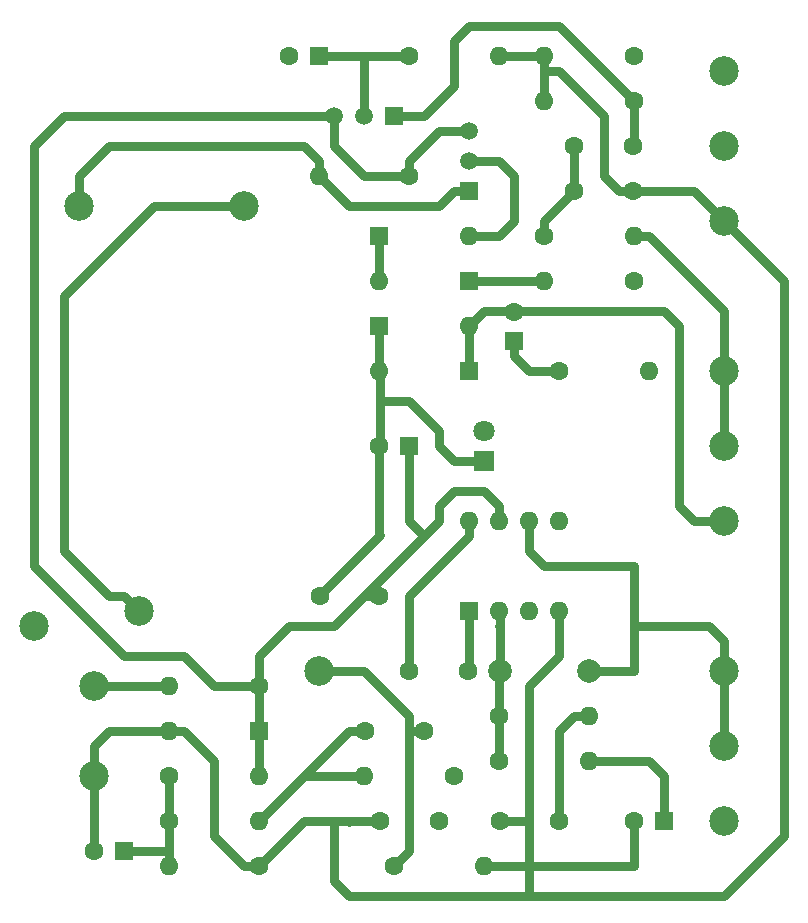
<source format=gbr>
G04 #@! TF.FileFunction,Copper,L2,Bot,Signal*
%FSLAX46Y46*%
G04 Gerber Fmt 4.6, Leading zero omitted, Abs format (unit mm)*
G04 Created by KiCad (PCBNEW 4.0.6) date 08/31/17 07:48:38*
%MOMM*%
%LPD*%
G01*
G04 APERTURE LIST*
%ADD10C,0.100000*%
%ADD11R,1.600000X1.600000*%
%ADD12O,1.600000X1.600000*%
%ADD13R,1.800000X1.800000*%
%ADD14C,1.800000*%
%ADD15C,1.520000*%
%ADD16R,1.520000X1.520000*%
%ADD17C,2.000000*%
%ADD18C,2.500000*%
%ADD19C,1.600000*%
%ADD20C,0.800000*%
G04 APERTURE END LIST*
D10*
D11*
X106680000Y-110490000D03*
D12*
X99060000Y-110490000D03*
D11*
X116840000Y-76200000D03*
D12*
X124460000Y-76200000D03*
D11*
X124460000Y-80010000D03*
D12*
X116840000Y-80010000D03*
D11*
X116840000Y-68580000D03*
D12*
X124460000Y-68580000D03*
D11*
X124460000Y-72390000D03*
D12*
X116840000Y-72390000D03*
D13*
X125730000Y-87630000D03*
D14*
X125730000Y-85090000D03*
D15*
X115570000Y-58420000D03*
X113030000Y-58420000D03*
D16*
X118110000Y-58420000D03*
D15*
X124460000Y-62230000D03*
X124460000Y-59690000D03*
D16*
X124460000Y-64770000D03*
D17*
X134620000Y-105410000D03*
X127120000Y-105410000D03*
D11*
X124460000Y-100330000D03*
D12*
X132080000Y-92710000D03*
X127000000Y-100330000D03*
X129540000Y-92710000D03*
X129540000Y-100330000D03*
X127000000Y-92710000D03*
X132080000Y-100330000D03*
X124460000Y-92710000D03*
D18*
X105410000Y-66040000D03*
X91440000Y-66040000D03*
X96520000Y-100330000D03*
X92710000Y-114300000D03*
X92710000Y-106680000D03*
X111760000Y-105410000D03*
X87630000Y-101600000D03*
X146050000Y-118110000D03*
X146050000Y-111760000D03*
X146050000Y-105410000D03*
X146050000Y-92710000D03*
X146050000Y-86360000D03*
X146050000Y-80010000D03*
X146050000Y-67310000D03*
X146050000Y-60960000D03*
X146050000Y-54610000D03*
D19*
X106680000Y-106680000D03*
D12*
X99060000Y-106680000D03*
D19*
X99060000Y-114300000D03*
D12*
X106680000Y-114300000D03*
D19*
X106680000Y-121920000D03*
D12*
X99060000Y-121920000D03*
D19*
X99060000Y-118110000D03*
D12*
X106680000Y-118110000D03*
D19*
X123190000Y-114300000D03*
D12*
X115570000Y-114300000D03*
D19*
X127000000Y-109220000D03*
D12*
X134620000Y-109220000D03*
D19*
X127000000Y-113030000D03*
D12*
X134620000Y-113030000D03*
D19*
X132080000Y-80010000D03*
D12*
X139700000Y-80010000D03*
D19*
X130810000Y-68580000D03*
D12*
X138430000Y-68580000D03*
D19*
X138430000Y-57150000D03*
D12*
X130810000Y-57150000D03*
D19*
X119380000Y-53340000D03*
D12*
X127000000Y-53340000D03*
D19*
X118110000Y-121920000D03*
D12*
X125730000Y-121920000D03*
D19*
X119380000Y-63500000D03*
D12*
X111760000Y-63500000D03*
D19*
X138430000Y-72390000D03*
D12*
X130810000Y-72390000D03*
D19*
X138430000Y-53340000D03*
D12*
X130810000Y-53340000D03*
D11*
X119380000Y-86360000D03*
D19*
X116880000Y-86360000D03*
X120650000Y-110490000D03*
X115650000Y-110490000D03*
X121920000Y-118110000D03*
X116920000Y-118110000D03*
D11*
X140970000Y-118110000D03*
D19*
X138470000Y-118110000D03*
X132080000Y-118110000D03*
X127080000Y-118110000D03*
X119380000Y-105410000D03*
X124380000Y-105410000D03*
D11*
X128270000Y-77470000D03*
D19*
X128270000Y-74970000D03*
X116840000Y-99060000D03*
X111840000Y-99060000D03*
X133350000Y-64770000D03*
X138350000Y-64770000D03*
X133350000Y-60960000D03*
X138350000Y-60960000D03*
D11*
X111760000Y-53340000D03*
D19*
X109260000Y-53340000D03*
D11*
X95250000Y-120650000D03*
D19*
X92750000Y-120650000D03*
D20*
X92710000Y-101600000D02*
X87630000Y-96520000D01*
X87630000Y-96520000D02*
X87630000Y-95250000D01*
X87630000Y-95250000D02*
X87630000Y-88900000D01*
X87630000Y-88900000D02*
X87630000Y-60960000D01*
X87630000Y-60960000D02*
X90170000Y-58420000D01*
X113030000Y-58420000D02*
X90170000Y-58420000D01*
X100330000Y-104140000D02*
X95250000Y-104140000D01*
X95250000Y-104140000D02*
X92710000Y-101600000D01*
X102870000Y-106680000D02*
X106680000Y-106680000D01*
X102870000Y-106680000D02*
X100330000Y-104140000D01*
X119380000Y-86360000D02*
X119380000Y-92710000D01*
X119380000Y-92710000D02*
X120650000Y-93980000D01*
X114300000Y-100330000D02*
X113030000Y-101600000D01*
X113030000Y-101600000D02*
X109220000Y-101600000D01*
X109220000Y-101600000D02*
X106680000Y-104140000D01*
X106680000Y-104140000D02*
X106680000Y-106680000D01*
X115570000Y-99060000D02*
X114300000Y-100330000D01*
X116840000Y-99060000D02*
X115570000Y-99060000D01*
X120650000Y-93980000D02*
X121920000Y-92710000D01*
X115570000Y-99060000D02*
X120650000Y-93980000D01*
X127000000Y-91440000D02*
X127000000Y-92710000D01*
X125730000Y-90170000D02*
X127000000Y-91440000D01*
X123190000Y-90170000D02*
X125730000Y-90170000D01*
X121920000Y-91440000D02*
X123190000Y-90170000D01*
X121920000Y-92710000D02*
X121920000Y-91440000D01*
X106680000Y-110490000D02*
X106680000Y-114300000D01*
X106680000Y-106680000D02*
X106680000Y-110490000D01*
X124460000Y-59690000D02*
X121920000Y-59690000D01*
X119380000Y-62230000D02*
X119380000Y-63500000D01*
X121920000Y-59690000D02*
X119380000Y-62230000D01*
X113030000Y-58420000D02*
X113030000Y-60960000D01*
X113030000Y-60960000D02*
X115570000Y-63500000D01*
X115570000Y-63500000D02*
X119380000Y-63500000D01*
X92710000Y-114300000D02*
X92710000Y-120610000D01*
X92710000Y-120610000D02*
X92750000Y-120650000D01*
X114300000Y-124460000D02*
X113030000Y-123190000D01*
X129540000Y-124460000D02*
X114300000Y-124460000D01*
X113030000Y-120650000D02*
X113030000Y-118110000D01*
X113030000Y-123190000D02*
X113030000Y-120650000D01*
X127080000Y-118110000D02*
X129580000Y-118110000D01*
X129580000Y-121920000D02*
X129580000Y-124460000D01*
X129580000Y-124460000D02*
X129540000Y-124460000D01*
X151130000Y-119380000D02*
X147320000Y-123190000D01*
X147320000Y-123190000D02*
X146050000Y-124460000D01*
X146050000Y-124460000D02*
X129540000Y-124460000D01*
X146050000Y-67310000D02*
X149860000Y-71120000D01*
X149860000Y-71120000D02*
X151130000Y-72390000D01*
X151130000Y-72390000D02*
X151130000Y-74930000D01*
X151130000Y-74930000D02*
X151130000Y-119380000D01*
X116920000Y-118110000D02*
X114300000Y-118110000D01*
X114300000Y-118110000D02*
X114380000Y-118110000D01*
X129580000Y-118110000D02*
X129580000Y-121920000D01*
X129580000Y-121920000D02*
X129540000Y-121920000D01*
X125730000Y-121920000D02*
X129540000Y-121920000D01*
X129540000Y-121920000D02*
X138430000Y-121920000D01*
X138430000Y-121920000D02*
X138470000Y-121880000D01*
X138470000Y-121880000D02*
X138470000Y-118110000D01*
X116920000Y-82550000D02*
X116920000Y-86320000D01*
X116920000Y-86320000D02*
X116880000Y-86360000D01*
X116840000Y-93980000D02*
X116840000Y-86400000D01*
X116840000Y-86400000D02*
X116880000Y-86360000D01*
X116920000Y-82550000D02*
X119380000Y-82550000D01*
X123190000Y-87630000D02*
X125730000Y-87630000D01*
X121920000Y-86360000D02*
X123190000Y-87630000D01*
X121920000Y-85090000D02*
X121920000Y-86360000D01*
X119380000Y-82550000D02*
X121920000Y-85090000D01*
X146050000Y-67310000D02*
X143510000Y-64770000D01*
X142240000Y-64770000D02*
X138350000Y-64770000D01*
X142240000Y-64770000D02*
X143510000Y-64770000D01*
X106680000Y-121920000D02*
X110490000Y-118110000D01*
X110490000Y-118110000D02*
X113030000Y-118110000D01*
X113030000Y-118110000D02*
X114380000Y-118110000D01*
X111840000Y-99060000D02*
X111840000Y-98980000D01*
X111840000Y-98980000D02*
X116840000Y-93980000D01*
X116840000Y-93980000D02*
X116920000Y-93900000D01*
X132080000Y-100330000D02*
X132080000Y-101600000D01*
X132080000Y-101600000D02*
X132080000Y-104140000D01*
X129540000Y-106680000D02*
X129540000Y-118070000D01*
X132080000Y-104140000D02*
X129540000Y-106680000D01*
X116920000Y-80090000D02*
X116920000Y-82550000D01*
X116920000Y-80090000D02*
X116840000Y-80010000D01*
X114300000Y-118190000D02*
X114380000Y-118110000D01*
X129540000Y-118070000D02*
X129580000Y-118110000D01*
X99060000Y-110490000D02*
X93980000Y-110490000D01*
X92710000Y-111760000D02*
X92710000Y-114300000D01*
X93980000Y-110490000D02*
X92710000Y-111760000D01*
X116840000Y-76200000D02*
X116840000Y-80010000D01*
X106680000Y-121920000D02*
X105410000Y-121920000D01*
X102870000Y-113030000D02*
X100330000Y-110490000D01*
X100330000Y-110490000D02*
X99060000Y-110490000D01*
X102870000Y-119380000D02*
X102870000Y-113030000D01*
X105410000Y-121920000D02*
X102870000Y-119380000D01*
X106720000Y-121960000D02*
X106680000Y-121920000D01*
X130810000Y-54610000D02*
X132080000Y-54610000D01*
X137160000Y-64770000D02*
X138350000Y-64770000D01*
X135890000Y-63500000D02*
X137160000Y-64770000D01*
X135890000Y-58420000D02*
X135890000Y-63500000D01*
X132080000Y-54610000D02*
X135890000Y-58420000D01*
X127000000Y-53340000D02*
X130810000Y-53340000D01*
X130810000Y-53340000D02*
X130810000Y-54610000D01*
X130810000Y-54610000D02*
X130810000Y-57150000D01*
X116920000Y-76280000D02*
X116840000Y-76200000D01*
X95250000Y-120650000D02*
X99060000Y-120650000D01*
X99060000Y-118110000D02*
X99060000Y-120650000D01*
X99060000Y-120650000D02*
X99060000Y-121920000D01*
X99060000Y-114300000D02*
X99060000Y-118110000D01*
X119380000Y-110490000D02*
X119380000Y-120650000D01*
X119380000Y-120650000D02*
X118110000Y-121920000D01*
X120650000Y-110490000D02*
X119380000Y-110490000D01*
X119380000Y-110490000D02*
X119380000Y-109220000D01*
X115570000Y-105410000D02*
X111760000Y-105410000D01*
X119380000Y-109220000D02*
X115570000Y-105410000D01*
X115570000Y-114300000D02*
X113030000Y-114300000D01*
X113030000Y-114300000D02*
X110490000Y-114300000D01*
X106680000Y-118110000D02*
X110490000Y-114300000D01*
X110490000Y-114300000D02*
X114300000Y-110490000D01*
X114300000Y-110490000D02*
X115650000Y-110490000D01*
X115650000Y-110490000D02*
X115570000Y-110490000D01*
X138430000Y-101600000D02*
X144780000Y-101600000D01*
X146050000Y-102870000D02*
X146050000Y-105410000D01*
X144780000Y-101600000D02*
X146050000Y-102870000D01*
X146050000Y-105410000D02*
X146050000Y-111760000D01*
X129540000Y-92710000D02*
X129540000Y-93980000D01*
X129540000Y-95250000D02*
X130810000Y-96520000D01*
X130810000Y-96520000D02*
X133350000Y-96520000D01*
X129540000Y-93980000D02*
X129540000Y-95250000D01*
X133350000Y-96520000D02*
X138430000Y-96520000D01*
X134620000Y-105410000D02*
X138430000Y-105410000D01*
X138430000Y-96520000D02*
X138430000Y-101600000D01*
X138430000Y-101600000D02*
X138430000Y-105410000D01*
X133350000Y-96520000D02*
X134620000Y-96520000D01*
X127120000Y-101720000D02*
X127120000Y-100450000D01*
X127120000Y-100450000D02*
X127000000Y-100330000D01*
X127120000Y-105410000D02*
X127120000Y-101720000D01*
X127120000Y-101720000D02*
X127000000Y-101600000D01*
X127000000Y-109220000D02*
X127000000Y-105530000D01*
X127000000Y-105530000D02*
X127120000Y-105410000D01*
X127000000Y-113030000D02*
X127000000Y-109220000D01*
X134620000Y-113030000D02*
X139700000Y-113030000D01*
X140970000Y-114300000D02*
X140970000Y-118110000D01*
X139700000Y-113030000D02*
X140970000Y-114300000D01*
X134620000Y-109220000D02*
X133350000Y-109220000D01*
X132080000Y-110490000D02*
X132080000Y-118110000D01*
X133350000Y-109220000D02*
X132080000Y-110490000D01*
X119380000Y-100330000D02*
X119380000Y-99060000D01*
X119380000Y-105410000D02*
X119380000Y-100330000D01*
X124460000Y-93980000D02*
X124460000Y-92710000D01*
X119380000Y-99060000D02*
X124460000Y-93980000D01*
X124460000Y-100330000D02*
X124460000Y-101600000D01*
X124460000Y-101600000D02*
X124460000Y-105330000D01*
X124460000Y-105330000D02*
X124380000Y-105410000D01*
X128270000Y-77470000D02*
X128270000Y-78740000D01*
X129540000Y-80010000D02*
X132080000Y-80010000D01*
X128270000Y-78740000D02*
X129540000Y-80010000D01*
X135890000Y-74930000D02*
X128310000Y-74930000D01*
X128310000Y-74930000D02*
X128270000Y-74970000D01*
X128230000Y-74930000D02*
X125730000Y-74930000D01*
X125730000Y-74930000D02*
X124460000Y-76200000D01*
X128230000Y-74930000D02*
X128270000Y-74970000D01*
X137160000Y-74930000D02*
X135890000Y-74930000D01*
X135850000Y-74930000D02*
X135890000Y-74930000D01*
X137160000Y-74930000D02*
X140970000Y-74930000D01*
X142240000Y-91440000D02*
X143510000Y-92710000D01*
X146050000Y-92710000D02*
X143510000Y-92710000D01*
X142240000Y-80010000D02*
X142240000Y-91440000D01*
X142240000Y-76200000D02*
X142240000Y-80010000D01*
X140970000Y-74930000D02*
X142240000Y-76200000D01*
X124460000Y-80010000D02*
X124460000Y-76200000D01*
X133350000Y-60960000D02*
X133350000Y-64770000D01*
X133350000Y-64770000D02*
X130810000Y-67310000D01*
X130810000Y-67310000D02*
X130810000Y-68580000D01*
X118110000Y-58420000D02*
X120650000Y-58420000D01*
X134620000Y-53340000D02*
X138430000Y-57150000D01*
X132080000Y-50800000D02*
X134620000Y-53340000D01*
X124460000Y-50800000D02*
X132080000Y-50800000D01*
X123190000Y-52070000D02*
X124460000Y-50800000D01*
X123190000Y-55880000D02*
X123190000Y-52070000D01*
X120650000Y-58420000D02*
X123190000Y-55880000D01*
X138430000Y-57150000D02*
X138430000Y-60880000D01*
X138430000Y-60880000D02*
X138350000Y-60960000D01*
X115570000Y-58420000D02*
X115570000Y-53340000D01*
X111760000Y-53340000D02*
X115570000Y-53340000D01*
X115570000Y-53340000D02*
X119380000Y-53340000D01*
X116840000Y-68580000D02*
X116840000Y-72390000D01*
X124460000Y-62230000D02*
X127000000Y-62230000D01*
X127000000Y-68580000D02*
X124460000Y-68580000D01*
X128270000Y-67310000D02*
X127000000Y-68580000D01*
X128270000Y-63500000D02*
X128270000Y-67310000D01*
X127000000Y-62230000D02*
X128270000Y-63500000D01*
X130810000Y-72390000D02*
X124460000Y-72390000D01*
X92710000Y-106680000D02*
X99060000Y-106680000D01*
X111760000Y-62230000D02*
X111760000Y-63500000D01*
X110490000Y-60960000D02*
X111760000Y-62230000D01*
X93980000Y-60960000D02*
X110490000Y-60960000D01*
X91440000Y-63500000D02*
X93980000Y-60960000D01*
X91440000Y-66040000D02*
X91440000Y-63500000D01*
X124460000Y-64770000D02*
X123190000Y-64770000D01*
X114300000Y-66040000D02*
X111760000Y-63500000D01*
X121920000Y-66040000D02*
X114300000Y-66040000D01*
X123190000Y-64770000D02*
X121920000Y-66040000D01*
X146050000Y-80010000D02*
X146050000Y-86360000D01*
X146050000Y-80010000D02*
X146050000Y-74930000D01*
X139700000Y-68580000D02*
X138430000Y-68580000D01*
X139700000Y-68580000D02*
X146050000Y-74930000D01*
X105410000Y-66040000D02*
X97790000Y-66040000D01*
X93980000Y-99060000D02*
X95250000Y-99060000D01*
X90170000Y-95250000D02*
X93980000Y-99060000D01*
X90170000Y-73660000D02*
X90170000Y-95250000D01*
X97790000Y-66040000D02*
X90170000Y-73660000D01*
X95250000Y-99060000D02*
X96520000Y-100330000D01*
M02*

</source>
